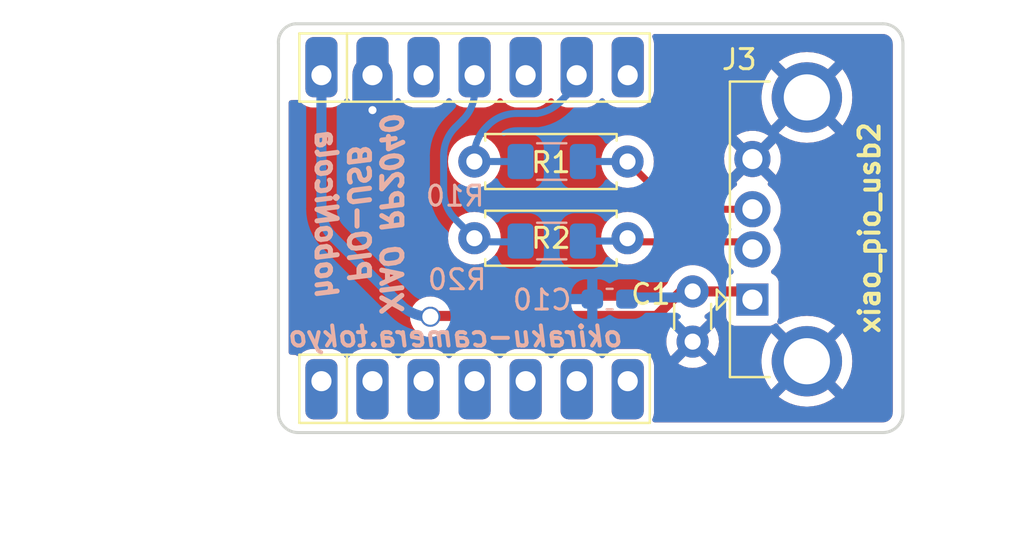
<source format=kicad_pcb>
(kicad_pcb (version 20211014) (generator pcbnew)
  (layers (0 "F.Cu" signal) (31 "B.Cu" signal) (34 "B.Paste" user) (35 "F.Paste" user) (36 "B.SilkS" user "B.Silkscreen") (37 "F.SilkS" user "F.Silkscreen") (38 "B.Mask" user) (39 "F.Mask" user) (44 "Edge.Cuts" user))
  (net 0 "")
  (net 1 "/VBUS")
  (net 2 "GND")
  (net 3 "Net-(J3-Pad2)")
  (net 4 "Net-(J3-Pad3)")
  (net 5 "Net-(R1-Pad1)")
  (net 6 "Net-(R2-Pad1)")
  (footprint "Resistor_THT:R_Axial_DIN0207_L6.3mm_D2.5mm_P7.62mm_Horizontal" (layer "F.Cu") (at 98.8306 69.6984)
    (fp_text reference "R2" (at 3.81 0) (layer "F.SilkS"))
    (fp_text value "22" hide)
    (fp_line (start 0.54 1.04) (end 0.54 1.37) (layer "F.SilkS") (width 0.12))
    (fp_line (start 0.54 1.37) (end 7.08 1.37) (layer "F.SilkS") (width 0.12))
    (fp_line (start 0.54 -1.04) (end 0.54 -1.37) (layer "F.SilkS") (width 0.12))
    (fp_line (start 0.54 -1.37) (end 7.08 -1.37) (layer "F.SilkS") (width 0.12))
    (fp_line (start 7.08 1.37) (end 7.08 1.04) (layer "F.SilkS") (width 0.12))
    (fp_line (start 7.08 -1.37) (end 7.08 -1.04) (layer "F.SilkS") (width 0.12))
    (pad "1" thru_hole circle (at 0 0) (size 1.6 1.6) (drill 0.8) (layers *.Cu *.Mask) (net 6 "Net-(R2-Pad1)"))
    (pad "2" thru_hole oval (at 7.62 0) (size 1.6 1.6) (drill 0.8) (layers *.Cu *.Mask) (net 3 "Net-(J3-Pad2)"))
  )
  (footprint "xiao_lib:xiao_pin" (layer "F.Cu") (at 98.8406 69.1984 90)
    (fp_text reference "U1" hide)
    (fp_text value "xiao_pin" hide)
    (fp_line (start -6.3 8.72) (end -6.3 -8.72) (layer "F.SilkS") (width 0.12))
    (fp_line (start 6.3 8.72) (end 9.7 8.72) (layer "F.SilkS") (width 0.12))
    (fp_line (start -6.3 -6.35) (end -9.7 -6.35) (layer "F.SilkS") (width 0.12))
    (fp_line (start 9.7 8.72) (end 9.7 -8.72) (layer "F.SilkS") (width 0.12))
    (fp_line (start 6.3 -6.35) (end 9.7 -6.35) (layer "F.SilkS") (width 0.12))
    (fp_line (start 9.7 -8.72) (end 6.3 -8.72) (layer "F.SilkS") (width 0.12))
    (fp_line (start -9.7 -8.72) (end -6.3 -8.72) (layer "F.SilkS") (width 0.12))
    (fp_line (start -6.3 8.72) (end -9.7 8.72) (layer "F.SilkS") (width 0.12))
    (fp_line (start -9.7 8.72) (end -9.7 -8.72) (layer "F.SilkS") (width 0.12))
    (fp_line (start 6.3 8.72) (end 6.3 -8.72) (layer "F.SilkS") (width 0.12))
    (pad "1" thru_hole roundrect (at -7.62 -7.62) (size 1.6 3) (drill 1 (offset 0 0.4)) (layers *.Cu *.Mask))
    (pad "2" thru_hole roundrect (at -7.62 -5.08) (size 1.6 3) (drill 1 (offset 0 0.4)) (layers *.Cu *.Mask))
    (pad "3" thru_hole roundrect (at -7.62 -2.54) (size 1.6 3) (drill 1 (offset 0 0.4)) (layers *.Cu *.Mask))
    (pad "4" thru_hole roundrect (at -7.62 0) (size 1.6 3) (drill 1 (offset 0 0.4)) (layers *.Cu *.Mask))
    (pad "5" thru_hole roundrect (at -7.62 2.54) (size 1.6 3) (drill 1 (offset 0 0.4)) (layers *.Cu *.Mask))
    (pad "6" thru_hole roundrect (at -7.62 5.08) (size 1.6 3) (drill 1 (offset 0 0.4)) (layers *.Cu *.Mask))
    (pad "7" thru_hole roundrect (at -7.62 7.62) (size 1.6 3) (drill 1 (offset 0 0.4)) (layers *.Cu *.Mask))
    (pad "8" thru_hole roundrect (at 7.62 7.62 180) (size 1.6 3) (drill 1 (offset 0 0.4)) (layers *.Cu *.Mask))
    (pad "9" thru_hole roundrect (at 7.62 5.08 180) (size 1.6 3) (drill 1 (offset 0 0.4)) (layers *.Cu *.Mask) (net 5 "Net-(R1-Pad1)"))
    (pad "10" thru_hole roundrect (at 7.62 2.54 180) (size 1.6 3) (drill 1 (offset 0 0.4)) (layers *.Cu *.Mask))
    (pad "11" thru_hole roundrect (at 7.62 0 180) (size 1.6 3) (drill 1 (offset 0 0.4)) (layers *.Cu *.Mask) (net 6 "Net-(R2-Pad1)"))
    (pad "12" thru_hole roundrect (at 7.62 -2.54 180) (size 1.6 3) (drill 1 (offset 0 0.4)) (layers *.Cu *.Mask))
    (pad "13" thru_hole roundrect (at 7.62 -5.08 180) (size 1.6 3) (drill 1 (offset 0 0.4)) (layers *.Cu *.Mask) (net 2 "GND"))
    (pad "14" thru_hole roundrect (at 7.62 -7.62 180) (size 1.6 3) (drill 1 (offset 0 0.4)) (layers *.Cu *.Mask) (net 1 "/VBUS"))
  )
  (footprint "Connector_USB:USB_A_CONNFLY_DS1095-WNR0" (layer "F.Cu") (at 112.6647 72.7546 90)
    (fp_text reference "J3" (at 11.9562 -0.6541) (layer "F.SilkS"))
    (fp_text value "USB_A" hide)
    (fp_line (start -3.86 -1.12) (end 10.86 -1.12) (layer "F.SilkS") (width 0.12))
    (fp_line (start -3.86 -1.12) (end -3.86 0.86) (layer "F.SilkS") (width 0.12))
    (fp_line (start -0.5 -1.774) (end 0 -1.274) (layer "F.SilkS") (width 0.12))
    (fp_line (start 10.86 0.86) (end 10.86 -1.12) (layer "F.SilkS") (width 0.12))
    (fp_line (start 0 -1.274) (end 0.5 -1.774) (layer "F.SilkS") (width 0.12))
    (fp_line (start 0.5 -1.774) (end -0.5 -1.774) (layer "F.SilkS") (width 0.12))
    (pad "1" thru_hole rect (at 0 0 90) (size 1.6 1.6) (drill 1) (layers *.Cu *.Mask) (net 1 "/VBUS"))
    (pad "2" thru_hole circle (at 2.5 0 90) (size 1.8 1.8) (drill 1) (layers *.Cu *.Mask) (net 3 "Net-(J3-Pad2)"))
    (pad "3" thru_hole circle (at 4.5 0 90) (size 1.8 1.8) (drill 1) (layers *.Cu *.Mask) (net 4 "Net-(J3-Pad3)"))
    (pad "4" thru_hole circle (at 7 0 90) (size 1.8 1.8) (drill 1) (layers *.Cu *.Mask) (net 2 "GND"))
    (pad "5" thru_hole circle (at 10.07 2.71 90) (size 3.5 3.5) (drill 2.3) (layers *.Cu *.Mask) (net 2 "GND"))
    (pad "5" thru_hole circle (at -3.07 2.71 90) (size 3.5 3.5) (drill 2.3) (layers *.Cu *.Mask) (net 2 "GND"))
  )
  (footprint "Capacitor_THT:C_Disc_D3.0mm_W1.6mm_P2.50mm" (layer "F.Cu") (at 109.6906 72.3484 -90)
    (fp_text reference "C1" (at 0.14 2.08) (layer "F.SilkS"))
    (fp_text value "100n" hide)
    (fp_line (start 0.621 -0.92) (end 1.879 -0.92) (layer "F.SilkS") (width 0.12))
    (fp_line (start 0.621 0.92) (end 1.879 0.92) (layer "F.SilkS") (width 0.12))
    (pad "1" thru_hole circle (at 0 0 270) (size 1.6 1.6) (drill 0.8) (layers *.Cu *.Mask) (net 1 "/VBUS"))
    (pad "2" thru_hole circle (at 2.5 0 270) (size 1.6 1.6) (drill 0.8) (layers *.Cu *.Mask) (net 2 "GND"))
  )
  (footprint "Resistor_THT:R_Axial_DIN0207_L6.3mm_D2.5mm_P7.62mm_Horizontal" (layer "F.Cu") (at 98.83 65.8784)
    (fp_text reference "R1" (at 3.81 0.05) (layer "F.SilkS"))
    (fp_text value "22" hide)
    (fp_line (start 0.54 -1.37) (end 7.08 -1.37) (layer "F.SilkS") (width 0.12))
    (fp_line (start 0.54 -1.04) (end 0.54 -1.37) (layer "F.SilkS") (width 0.12))
    (fp_line (start 7.08 1.37) (end 7.08 1.04) (layer "F.SilkS") (width 0.12))
    (fp_line (start 0.54 1.04) (end 0.54 1.37) (layer "F.SilkS") (width 0.12))
    (fp_line (start 7.08 -1.37) (end 7.08 -1.04) (layer "F.SilkS") (width 0.12))
    (fp_line (start 0.54 1.37) (end 7.08 1.37) (layer "F.SilkS") (width 0.12))
    (pad "1" thru_hole circle (at 0 0) (size 1.6 1.6) (drill 0.8) (layers *.Cu *.Mask) (net 5 "Net-(R1-Pad1)"))
    (pad "2" thru_hole oval (at 7.62 0) (size 1.6 1.6) (drill 0.8) (layers *.Cu *.Mask) (net 4 "Net-(J3-Pad3)"))
  )
  (footprint "Capacitor_SMD:C_0603_1608Metric_Pad1.08x0.95mm_HandSolder" (layer "B.Cu") (at 105.5606 72.7284 180)
    (fp_text reference "C10" (at 3.36 -0.04) (layer "B.SilkS") (effects (justify mirror)))
    (fp_text value "100n" hide)
    (fp_line (start -0.146267 -0.51) (end 0.146267 -0.51) (layer "B.SilkS") (width 0.12))
    (fp_line (start -0.146267 0.51) (end 0.146267 0.51) (layer "B.SilkS") (width 0.12))
    (pad "1" smd roundrect (at -0.8625 0 180) (size 1.075 0.95) (layers "B.Cu" "B.Paste" "B.Mask") (net 1 "/VBUS"))
    (pad "2" smd roundrect (at 0.8625 0 180) (size 1.075 0.95) (layers "B.Cu" "B.Paste" "B.Mask") (net 2 "GND"))
  )
  (footprint "Resistor_SMD:R_1206_3216Metric_Pad1.30x1.75mm_HandSolder" (layer "B.Cu") (at 102.68 65.8784)
    (fp_text reference "R10" (at -4.8094 1.72) (layer "B.SilkS") (effects (justify mirror)))
    (fp_text value "22" hide)
    (fp_line (start -0.727064 -0.91) (end 0.727064 -0.91) (layer "B.SilkS") (width 0.12))
    (fp_line (start -0.727064 0.91) (end 0.727064 0.91) (layer "B.SilkS") (width 0.12))
    (pad "1" smd roundrect (at -1.55 0) (size 1.3 1.75) (layers "B.Cu" "B.Paste" "B.Mask") (roundrect_rratio 0.192308) (net 5 "Net-(R1-Pad1)"))
    (pad "2" smd roundrect (at 1.55 0) (size 1.3 1.75) (layers "B.Cu" "B.Paste" "B.Mask") (roundrect_rratio 0.192308) (net 4 "Net-(J3-Pad3)"))
  )
  (footprint "Resistor_SMD:R_1206_3216Metric_Pad1.30x1.75mm_HandSolder" (layer "B.Cu") (at 102.68 69.8384)
    (fp_text reference "R20" (at -4.7094 1.92) (layer "B.SilkS") (effects (justify mirror)))
    (fp_text value "22" hide)
    (fp_line (start -0.727064 -0.91) (end 0.727064 -0.91) (layer "B.SilkS") (width 0.12))
    (fp_line (start -0.727064 0.91) (end 0.727064 0.91) (layer "B.SilkS") (width 0.12))
    (pad "1" smd roundrect (at -1.55 0) (size 1.3 1.75) (layers "B.Cu" "B.Paste" "B.Mask") (roundrect_rratio 0.192308) (net 6 "Net-(R2-Pad1)"))
    (pad "2" smd roundrect (at 1.55 0) (size 1.3 1.75) (layers "B.Cu" "B.Paste" "B.Mask") (roundrect_rratio 0.192308) (net 3 "Net-(J3-Pad2)"))
  )
  (gr_arc (start 119.156 59.0184) (mid 119.863107 59.311293) (end 120.156 60.0184) (layer "Edge.Cuts") (width 0.15))
  (gr_line (start 89.916 59.0184) (end 119.156 59.0184) (layer "Edge.Cuts") (width 0.15))
  (gr_arc (start 89.0806 60.0184) (mid 89.291193 59.345383) (end 89.916 59.0184) (layer "Edge.Cuts") (width 0.15))
  (gr_arc (start 90.0544 79.3784) (mid 89.360393 79.080081) (end 89.0806 78.3784) (layer "Edge.Cuts") (width 0.15))
  (gr_line (start 119.156 79.3784) (end 90.0544 79.3784) (layer "Edge.Cuts") (width 0.15))
  (gr_arc (start 120.156 78.3784) (mid 119.863107 79.085507) (end 119.156 79.3784) (layer "Edge.Cuts") (width 0.15))
  (gr_line (start 120.156 60.0184) (end 120.156 78.3784) (layer "Edge.Cuts") (width 0.15))
  (gr_line (start 89.0806 78.3784) (end 89.0806 60.0184) (layer "Edge.Cuts") (width 0.15))
  (gr_text "okiraku-camera.tokyo" (at 97.9206 74.5884) (layer "B.SilkS") (effects (font (size 1 1) (thickness 0.2) italic) (justify mirror)))
  (gr_text "XIAO RP2040\nPIO-USB\nhoboNicola" (at 93.0606 68.5184 -90) (layer "B.SilkS") (effects (font (size 1 1) (thickness 0.25) italic) (justify mirror)))
  (gr_text "xiao_pio_usb2" (at 118.4906 69.18 90) (layer "F.SilkS") (effects (font (size 1 1) (thickness 0.2))))
  (segment (start 96.6806 73.5684) (end 107.8906 73.5684) (width 0.5) (layer "F.Cu") (net 1))
  (segment (start 107.8906 73.5684) (end 109.0806 72.3784) (width 0.5) (layer "F.Cu") (net 1))
  (segment (start 96.6406 73.6084) (end 96.6806 73.5684) (width 0.5) (layer "F.Cu") (net 1))
  (segment (start 112.2585 72.3484) (end 109.9906 72.3484) (width 0.5) (layer "F.Cu") (net 1))
  (segment (start 112.6647 72.7546) (end 112.2585 72.3484) (width 0.5) (layer "F.Cu") (net 1))
  (via (at 96.6406 73.6084) (size 1) (drill 0.8) (layers "F.Cu" "B.Cu") (net 1))
  (segment (start 106.4231 72.7284) (end 106.5031 72.6484) (width 0.5) (layer "B.Cu") (net 1))
  (segment (start 96.6406 73.6084) (end 96.599027 73.6084) (width 0.5) (layer "B.Cu") (net 1))
  (segment (start 91.2206 68.229973) (end 91.2206 61.5784) (width 0.5) (layer "B.Cu") (net 1))
  (segment (start 106.5031 72.6484) (end 109.7006 72.6484) (width 0.5) (layer "B.Cu") (net 1))
  (segment (start 95.184813 73.022613) (end 91.806386 69.644186) (width 0.5) (layer "B.Cu") (net 1))
  (arc (start 96.599027 73.6084) (mid 95.83366 73.456159) (end 95.184813 73.022613) (width 0.5) (layer "B.Cu") (net 1))
  (arc (start 91.806386 69.644186) (mid 91.372838 68.99534) (end 91.2206 68.229973) (width 0.5) (layer "B.Cu") (net 1))
  (segment (start 93.7606 61.5784) (end 93.7606 63.3184) (width 2) (layer "F.Cu") (net 2))
  (via (at 93.7606 63.3184) (size 0.8) (drill 0.4) (layers "F.Cu" "B.Cu") (net 2))
  (segment (start 93.7606 61.5784) (end 93.7606 63.2184) (width 2) (layer "B.Cu") (net 2))
  (segment (start 93.7606 63.2184) (end 93.8006 63.2584) (width 2) (layer "B.Cu") (net 2))
  (segment (start 112.2885 69.8784) (end 106.45 69.8784) (width 0.35) (layer "F.Cu") (net 3))
  (segment (start 112.6647 70.2546) (end 112.2885 69.8784) (width 0.35) (layer "F.Cu") (net 3))
  (segment (start 104.13 69.8384) (end 106.41 69.8384) (width 0.35) (layer "B.Cu") (net 3))
  (segment (start 112.6647 68.2546) (end 109.654627 68.2546) (width 0.35) (layer "F.Cu") (net 4))
  (segment (start 108.240413 67.668813) (end 106.45 65.8784) (width 0.35) (layer "F.Cu") (net 4))
  (arc (start 108.240413 67.668813) (mid 108.88926 68.102359) (end 109.654627 68.2546) (width 0.35) (layer "F.Cu") (net 4))
  (segment (start 104.2506 65.8784) (end 106.45 65.8784) (width 0.35) (layer "B.Cu") (net 4))
  (segment (start 99.415787 64.173213) (end 99.519143 64.069857) (width 0.35) (layer "B.Cu") (net 5))
  (segment (start 103.086387 62.912613) (end 103.9206 62.0784) (width 0.35) (layer "B.Cu") (net 5))
  (segment (start 98.83 65.8784) (end 98.83 65.587427) (width 0.35) (layer "B.Cu") (net 5))
  (segment (start 98.83 65.8784) (end 101.1506 65.8784) (width 0.35) (layer "B.Cu") (net 5))
  (segment (start 100.933356 63.484071) (end 101.946713 63.484071) (width 0.35) (layer "B.Cu") (net 5))
  (segment (start 103.9206 62.0784) (end 103.9206 61.5784) (width 0.35) (layer "B.Cu") (net 5))
  (arc (start 100.933356 63.484071) (mid 100.167989 63.636312) (end 99.519143 64.069857) (width 0.35) (layer "B.Cu") (net 5))
  (arc (start 101.946713 63.484071) (mid 102.562382 63.28924) (end 103.086387 62.912613) (width 0.35) (layer "B.Cu") (net 5))
  (arc (start 98.83 65.587427) (mid 98.982241 64.82206) (end 99.415787 64.173213) (width 0.35) (layer "B.Cu") (net 5))
  (segment (start 100.99 69.8784) (end 101.03 69.8384) (width 0.35) (layer "B.Cu") (net 6))
  (segment (start 97.3006 65.586827) (end 97.3006 67.339973) (width 0.35) (layer "B.Cu") (net 6))
  (segment (start 97.886387 68.754187) (end 98.8306 69.6984) (width 0.35) (layer "B.Cu") (net 6))
  (segment (start 98.8406 61.5784) (end 98.8406 62.389973) (width 0.35) (layer "B.Cu") (net 6))
  (segment (start 98.83 69.8784) (end 100.99 69.8784) (width 0.35) (layer "B.Cu") (net 6))
  (segment (start 98.254813 63.804187) (end 97.886386 64.172614) (width 0.35) (layer "B.Cu") (net 6))
  (arc (start 97.3006 65.586827) (mid 97.452841 64.82146) (end 97.886386 64.172614) (width 0.35) (layer "B.Cu") (net 6))
  (arc (start 97.3006 67.339973) (mid 97.452841 68.10534) (end 97.886387 68.754187) (width 0.35) (layer "B.Cu") (net 6))
  (arc (start 98.8406 62.389973) (mid 98.688359 63.15534) (end 98.254813 63.804187) (width 0.35) (layer "B.Cu") (net 6))
  (zone (net 0) (net_name "") (layers F&B.Cu "Edge.Cuts") (connect_pads (clearance 0)) (min_thickness 0.254)
    (keepout (tracks not_allowed) (vias not_allowed) (pads not_allowed) (copperpour not_allowed) (footprints allowed))
    (fill (thermal_gap 0.508) (thermal_bridge_width 0.508))
    (polygon (pts (xy 89.3306 75.4884) (xy 89.9406 75.5084) (xy 90.1206 78.8184) (xy 89.3106 78.8584) (xy 89.3106 75.4784)))
  )
  (zone (net 0) (net_name "") (layers F&B.Cu "Edge.Cuts") (connect_pads (clearance 0)) (min_thickness 0.254)
    (keepout (tracks not_allowed) (vias not_allowed) (pads not_allowed) (copperpour not_allowed) (footprints allowed))
    (fill (thermal_gap 0.508) (thermal_bridge_width 0.508))
    (polygon (pts (xy 89.4206 59.4684) (xy 90.0306 59.4884) (xy 90.2106 62.7984) (xy 89.4006 62.8384) (xy 89.4006 59.4584)))
  )
  (zone (net 2) (net_name "GND") (layers F&B.Cu) (connect_pads (clearance 0.508)) (min_thickness 0.254) (fill yes (thermal_gap 0.508) (thermal_bridge_width 0.508))
    (polygon (pts (xy 120.939464 81.084337) (xy 88.126483 81.059321) (xy 88.203648 59.116772) (xy 89.081134 57.833279) (xy 120.813963 57.855067)))
  )
)
</source>
